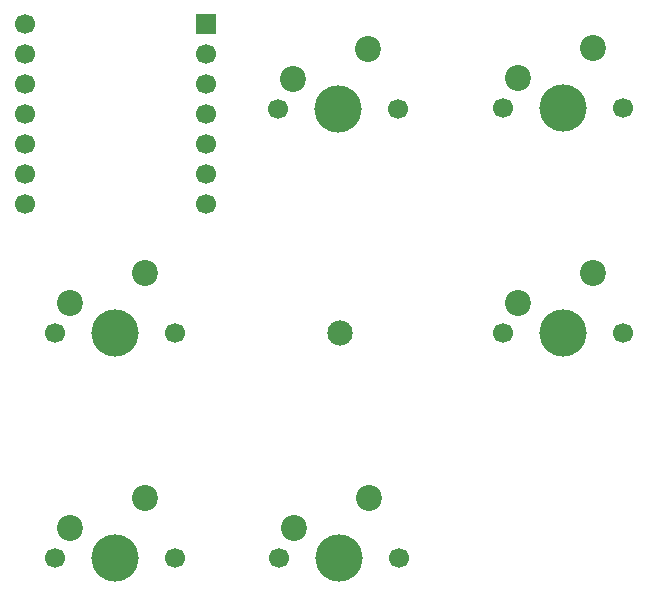
<source format=gbr>
%TF.GenerationSoftware,KiCad,Pcbnew,8.0.5*%
%TF.CreationDate,2024-10-03T17:23:51-04:00*%
%TF.ProjectId,Key,4b65792e-6b69-4636-9164-5f7063625858,rev?*%
%TF.SameCoordinates,Original*%
%TF.FileFunction,Soldermask,Bot*%
%TF.FilePolarity,Negative*%
%FSLAX46Y46*%
G04 Gerber Fmt 4.6, Leading zero omitted, Abs format (unit mm)*
G04 Created by KiCad (PCBNEW 8.0.5) date 2024-10-03 17:23:51*
%MOMM*%
%LPD*%
G01*
G04 APERTURE LIST*
%ADD10C,1.700000*%
%ADD11C,4.000000*%
%ADD12C,2.200000*%
%ADD13C,2.150000*%
%ADD14R,1.700000X1.700000*%
G04 APERTURE END LIST*
D10*
%TO.C,SW3*%
X60840000Y-54000000D03*
D11*
X65920000Y-54000000D03*
D10*
X71000000Y-54000000D03*
D12*
X68460000Y-48920000D03*
X62110000Y-51460000D03*
%TD*%
D10*
%TO.C,SW2*%
X41785000Y-35025000D03*
D11*
X46865000Y-35025000D03*
D10*
X51945000Y-35025000D03*
D12*
X49405000Y-29945000D03*
X43055000Y-32485000D03*
%TD*%
D10*
%TO.C,SW1*%
X60840000Y-35000000D03*
D11*
X65920000Y-35000000D03*
D10*
X71000000Y-35000000D03*
D12*
X68460000Y-29920000D03*
X62110000Y-32460000D03*
%TD*%
D10*
%TO.C,SW4*%
X22840000Y-54000000D03*
D11*
X27920000Y-54000000D03*
D10*
X33000000Y-54000000D03*
D12*
X30460000Y-48920000D03*
X24110000Y-51460000D03*
%TD*%
%TO.C,SW5*%
X24150000Y-70540000D03*
X30500000Y-68000000D03*
D10*
X33040000Y-73080000D03*
D11*
X27960000Y-73080000D03*
D10*
X22880000Y-73080000D03*
%TD*%
D12*
%TO.C,SW6*%
X43150000Y-70540000D03*
X49500000Y-68000000D03*
D10*
X52040000Y-73080000D03*
D11*
X46960000Y-73080000D03*
D10*
X41880000Y-73080000D03*
%TD*%
D13*
%TO.C,U2*%
X47000000Y-54000000D03*
%TD*%
D14*
%TO.C,U1*%
X35625000Y-27880000D03*
D10*
X35625000Y-30420000D03*
X35625000Y-32960000D03*
X35625000Y-35500000D03*
X35625000Y-38040000D03*
X35625000Y-40580000D03*
X35625000Y-43120000D03*
X20375000Y-43120000D03*
X20375000Y-40580000D03*
X20375000Y-38040000D03*
X20375000Y-35500000D03*
X20375000Y-32960000D03*
X20375000Y-30420000D03*
X20375000Y-27880000D03*
%TD*%
M02*

</source>
